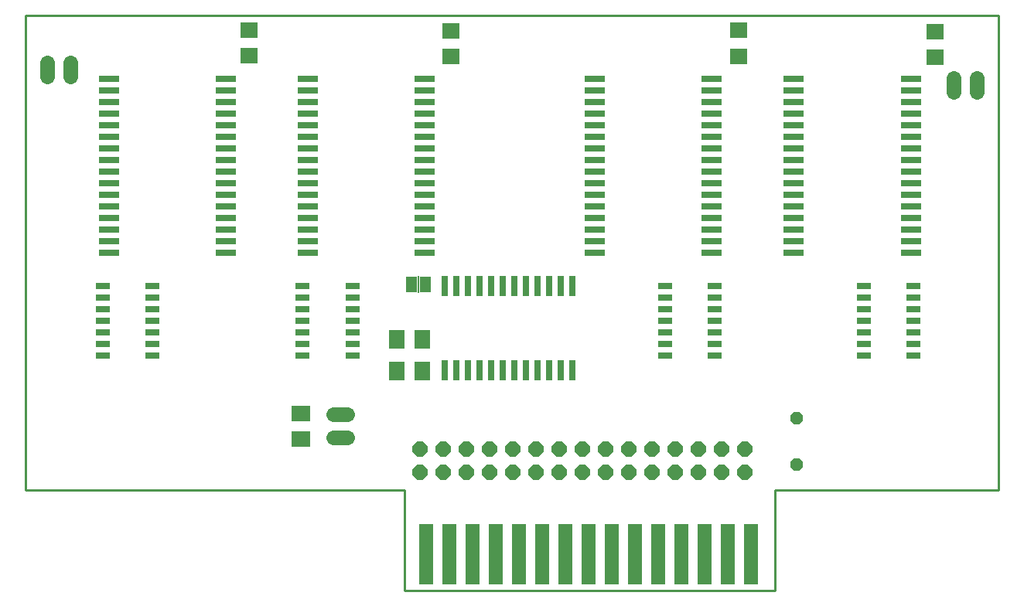
<source format=gts>
G75*
%MOIN*%
%OFA0B0*%
%FSLAX25Y25*%
%IPPOS*%
%LPD*%
%AMOC8*
5,1,8,0,0,1.08239X$1,22.5*
%
%ADD10C,0.01000*%
%ADD11OC8,0.05600*%
%ADD12R,0.07487X0.06699*%
%ADD13R,0.06404X0.02959*%
%ADD14OC8,0.06400*%
%ADD15C,0.06400*%
%ADD16R,0.09061X0.02762*%
%ADD17R,0.08274X0.06699*%
%ADD18R,0.06400X0.25900*%
%ADD19R,0.02762X0.09061*%
%ADD20R,0.06699X0.08274*%
%ADD21R,0.05000X0.06700*%
%ADD22R,0.00600X0.07200*%
D10*
X0003000Y0050276D02*
X0003000Y0255000D01*
X0422291Y0255000D01*
X0422291Y0050276D01*
X0325835Y0050276D01*
X0325835Y0006969D01*
X0166386Y0006969D01*
X0166386Y0050276D01*
X0003000Y0050276D01*
D11*
X0335323Y0061220D03*
X0335323Y0081220D03*
D12*
X0310244Y0237402D03*
X0310244Y0248425D03*
X0394890Y0248031D03*
X0394890Y0237008D03*
X0186228Y0237283D03*
X0186228Y0248307D03*
X0099457Y0248701D03*
X0099457Y0237677D03*
D13*
X0122480Y0138189D03*
X0122480Y0133189D03*
X0122480Y0128189D03*
X0122480Y0123189D03*
X0122480Y0118189D03*
X0122480Y0113189D03*
X0122480Y0108189D03*
X0143835Y0108189D03*
X0143835Y0113189D03*
X0143835Y0118189D03*
X0143835Y0123189D03*
X0143835Y0128189D03*
X0143835Y0133189D03*
X0143835Y0138189D03*
X0057614Y0138189D03*
X0057614Y0133189D03*
X0057614Y0128189D03*
X0057614Y0123189D03*
X0057614Y0118189D03*
X0057614Y0113189D03*
X0057614Y0108189D03*
X0036260Y0108189D03*
X0036260Y0113189D03*
X0036260Y0118189D03*
X0036260Y0123189D03*
X0036260Y0128189D03*
X0036260Y0133189D03*
X0036260Y0138189D03*
X0278780Y0138189D03*
X0278780Y0133189D03*
X0278780Y0128189D03*
X0278780Y0123189D03*
X0278780Y0118189D03*
X0278780Y0113189D03*
X0278780Y0108189D03*
X0300134Y0108189D03*
X0300134Y0113189D03*
X0300134Y0118189D03*
X0300134Y0123189D03*
X0300134Y0128189D03*
X0300134Y0133189D03*
X0300134Y0138189D03*
X0364370Y0138110D03*
X0364370Y0133110D03*
X0364370Y0128110D03*
X0364370Y0123110D03*
X0364370Y0118110D03*
X0364370Y0113110D03*
X0364370Y0108110D03*
X0385724Y0108110D03*
X0385724Y0113110D03*
X0385724Y0118110D03*
X0385724Y0123110D03*
X0385724Y0128110D03*
X0385724Y0133110D03*
X0385724Y0138110D03*
D14*
X0313000Y0068031D03*
X0303000Y0068031D03*
X0293000Y0068031D03*
X0283000Y0068031D03*
X0273000Y0068031D03*
X0263000Y0068031D03*
X0253000Y0068031D03*
X0243000Y0068031D03*
X0233000Y0068031D03*
X0223000Y0068031D03*
X0213000Y0068031D03*
X0203000Y0068031D03*
X0193000Y0068031D03*
X0183000Y0068031D03*
X0173000Y0068031D03*
X0173000Y0058031D03*
X0183000Y0058031D03*
X0193000Y0058031D03*
X0203000Y0058031D03*
X0213000Y0058031D03*
X0223000Y0058031D03*
X0233000Y0058031D03*
X0243000Y0058031D03*
X0253000Y0058031D03*
X0263000Y0058031D03*
X0273000Y0058031D03*
X0283000Y0058031D03*
X0293000Y0058031D03*
X0303000Y0058031D03*
X0313000Y0058031D03*
D15*
X0141669Y0072795D02*
X0135669Y0072795D01*
X0135669Y0082795D02*
X0141669Y0082795D01*
X0022252Y0228535D02*
X0022252Y0234535D01*
X0012252Y0234535D02*
X0012252Y0228535D01*
X0403039Y0227921D02*
X0403039Y0221921D01*
X0413039Y0221921D02*
X0413039Y0227921D01*
D16*
X0384496Y0227539D03*
X0384496Y0222539D03*
X0384496Y0217539D03*
X0384496Y0212539D03*
X0384496Y0207539D03*
X0384496Y0202539D03*
X0384496Y0197539D03*
X0384496Y0192539D03*
X0384496Y0187539D03*
X0384496Y0182539D03*
X0384496Y0177539D03*
X0384496Y0172539D03*
X0384496Y0167539D03*
X0384496Y0162539D03*
X0384496Y0157539D03*
X0384496Y0152539D03*
X0334102Y0152539D03*
X0334102Y0157539D03*
X0334102Y0162539D03*
X0334102Y0167539D03*
X0334102Y0172539D03*
X0334102Y0177539D03*
X0334102Y0182539D03*
X0334102Y0187539D03*
X0334102Y0192539D03*
X0334102Y0197539D03*
X0334102Y0202539D03*
X0334102Y0207539D03*
X0334102Y0212539D03*
X0334102Y0217539D03*
X0334102Y0222539D03*
X0334102Y0227539D03*
X0298669Y0227539D03*
X0298669Y0222539D03*
X0298669Y0217539D03*
X0298669Y0212539D03*
X0298669Y0207539D03*
X0298669Y0202539D03*
X0298669Y0197539D03*
X0298669Y0192539D03*
X0298669Y0187539D03*
X0298669Y0182539D03*
X0298669Y0177539D03*
X0298669Y0172539D03*
X0298669Y0167539D03*
X0298669Y0162539D03*
X0298669Y0157539D03*
X0298669Y0152539D03*
X0248276Y0152539D03*
X0248276Y0157539D03*
X0248276Y0162539D03*
X0248276Y0167539D03*
X0248276Y0172539D03*
X0248276Y0177539D03*
X0248276Y0182539D03*
X0248276Y0187539D03*
X0248276Y0192539D03*
X0248276Y0197539D03*
X0248276Y0202539D03*
X0248276Y0207539D03*
X0248276Y0212539D03*
X0248276Y0217539D03*
X0248276Y0222539D03*
X0248276Y0227539D03*
X0175047Y0227539D03*
X0175047Y0222539D03*
X0175047Y0217539D03*
X0175047Y0212539D03*
X0175047Y0207539D03*
X0175047Y0202539D03*
X0175047Y0197539D03*
X0175047Y0192539D03*
X0175047Y0187539D03*
X0175047Y0182539D03*
X0175047Y0177539D03*
X0175047Y0172539D03*
X0175047Y0167539D03*
X0175047Y0162539D03*
X0175047Y0157539D03*
X0175047Y0152539D03*
X0124654Y0152539D03*
X0124654Y0157539D03*
X0124654Y0162539D03*
X0124654Y0167539D03*
X0124654Y0172539D03*
X0124654Y0177539D03*
X0124654Y0182539D03*
X0124654Y0187539D03*
X0124654Y0192539D03*
X0124654Y0197539D03*
X0124654Y0202539D03*
X0124654Y0207539D03*
X0124654Y0212539D03*
X0124654Y0217539D03*
X0124654Y0222539D03*
X0124654Y0227539D03*
X0089220Y0227539D03*
X0089220Y0222539D03*
X0089220Y0217539D03*
X0089220Y0212539D03*
X0089220Y0207539D03*
X0089220Y0202539D03*
X0089220Y0197539D03*
X0089220Y0192539D03*
X0089220Y0187539D03*
X0089220Y0182539D03*
X0089220Y0177539D03*
X0089220Y0172539D03*
X0089220Y0167539D03*
X0089220Y0162539D03*
X0089220Y0157539D03*
X0089220Y0152539D03*
X0038827Y0152539D03*
X0038827Y0157539D03*
X0038827Y0162539D03*
X0038827Y0167539D03*
X0038827Y0172539D03*
X0038827Y0177539D03*
X0038827Y0182539D03*
X0038827Y0187539D03*
X0038827Y0192539D03*
X0038827Y0197539D03*
X0038827Y0202539D03*
X0038827Y0207539D03*
X0038827Y0212539D03*
X0038827Y0217539D03*
X0038827Y0222539D03*
X0038827Y0227539D03*
D17*
X0121701Y0083307D03*
X0121701Y0072283D03*
D18*
X0175500Y0022500D03*
X0185500Y0022500D03*
X0195500Y0022500D03*
X0205500Y0022500D03*
X0215500Y0022500D03*
X0225500Y0022500D03*
X0235500Y0022500D03*
X0245500Y0022500D03*
X0255500Y0022500D03*
X0265500Y0022500D03*
X0275500Y0022500D03*
X0285500Y0022500D03*
X0295500Y0022500D03*
X0305500Y0022500D03*
X0315500Y0022500D03*
D19*
X0238768Y0102047D03*
X0233768Y0102047D03*
X0228768Y0102047D03*
X0223768Y0102047D03*
X0218768Y0102047D03*
X0213768Y0102047D03*
X0208768Y0102047D03*
X0203768Y0102047D03*
X0198768Y0102047D03*
X0193768Y0102047D03*
X0188768Y0102047D03*
X0183768Y0102047D03*
X0183768Y0138268D03*
X0188768Y0138268D03*
X0193768Y0138268D03*
X0198768Y0138268D03*
X0203768Y0138268D03*
X0208768Y0138268D03*
X0213768Y0138268D03*
X0218768Y0138268D03*
X0223768Y0138268D03*
X0228768Y0138268D03*
X0233768Y0138268D03*
X0238768Y0138268D03*
D20*
X0173866Y0115236D03*
X0162843Y0115236D03*
X0162843Y0101457D03*
X0173866Y0101457D03*
D21*
X0175291Y0138858D03*
X0169291Y0138858D03*
D22*
X0172291Y0138858D03*
M02*

</source>
